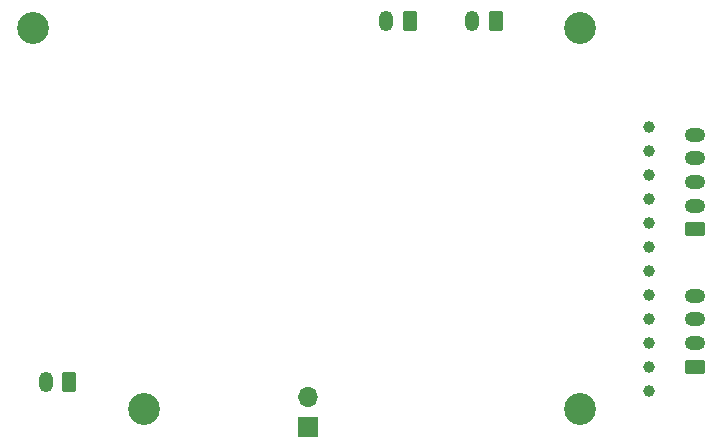
<source format=gbr>
%TF.GenerationSoftware,KiCad,Pcbnew,7.0.9*%
%TF.CreationDate,2024-01-02T07:57:40-07:00*%
%TF.ProjectId,ElephantR9,456c6570-6861-46e7-9452-392e6b696361,rev?*%
%TF.SameCoordinates,Original*%
%TF.FileFunction,Soldermask,Bot*%
%TF.FilePolarity,Negative*%
%FSLAX46Y46*%
G04 Gerber Fmt 4.6, Leading zero omitted, Abs format (unit mm)*
G04 Created by KiCad (PCBNEW 7.0.9) date 2024-01-02 07:57:40*
%MOMM*%
%LPD*%
G01*
G04 APERTURE LIST*
G04 Aperture macros list*
%AMRoundRect*
0 Rectangle with rounded corners*
0 $1 Rounding radius*
0 $2 $3 $4 $5 $6 $7 $8 $9 X,Y pos of 4 corners*
0 Add a 4 corners polygon primitive as box body*
4,1,4,$2,$3,$4,$5,$6,$7,$8,$9,$2,$3,0*
0 Add four circle primitives for the rounded corners*
1,1,$1+$1,$2,$3*
1,1,$1+$1,$4,$5*
1,1,$1+$1,$6,$7*
1,1,$1+$1,$8,$9*
0 Add four rect primitives between the rounded corners*
20,1,$1+$1,$2,$3,$4,$5,0*
20,1,$1+$1,$4,$5,$6,$7,0*
20,1,$1+$1,$6,$7,$8,$9,0*
20,1,$1+$1,$8,$9,$2,$3,0*%
G04 Aperture macros list end*
%ADD10C,1.000000*%
%ADD11R,1.700000X1.700000*%
%ADD12O,1.700000X1.700000*%
%ADD13C,2.700000*%
%ADD14RoundRect,0.250000X0.350000X0.625000X-0.350000X0.625000X-0.350000X-0.625000X0.350000X-0.625000X0*%
%ADD15O,1.200000X1.750000*%
%ADD16RoundRect,0.250000X0.625000X-0.350000X0.625000X0.350000X-0.625000X0.350000X-0.625000X-0.350000X0*%
%ADD17O,1.750000X1.200000*%
G04 APERTURE END LIST*
D10*
%TO.C,REF\u002A\u002A1*%
X74422000Y-29972000D03*
%TD*%
%TO.C,REF\u002A\u002A2*%
X74422000Y-32004000D03*
%TD*%
D11*
%TO.C,SW1*%
X45593000Y-55372000D03*
D12*
X45593000Y-52832000D03*
%TD*%
D10*
%TO.C,REF\u002A\u002A4*%
X74422000Y-36068000D03*
%TD*%
%TO.C,REF\u002A\u002A3*%
X74422000Y-34036000D03*
%TD*%
%TO.C,REF\u002A\u002A5*%
X74422000Y-38100000D03*
%TD*%
D13*
%TO.C,H1*%
X22315898Y-21553898D03*
%TD*%
%TO.C,H2*%
X68644000Y-21590000D03*
%TD*%
D10*
%TO.C,REF\u002A\u002A9*%
X74422000Y-46228000D03*
%TD*%
D14*
%TO.C,LS2*%
X61468000Y-20955000D03*
D15*
X59468000Y-20955000D03*
%TD*%
D13*
%TO.C,H4*%
X31713898Y-53811898D03*
%TD*%
D10*
%TO.C,REF\u002A\u002A6*%
X74422000Y-40132000D03*
%TD*%
%TO.C,REF\u002A\u002A11*%
X74422000Y-50292000D03*
%TD*%
%TO.C,REF\u002A\u002A7*%
X74422000Y-42164000D03*
%TD*%
D13*
%TO.C,H3*%
X68644000Y-53848000D03*
%TD*%
D10*
%TO.C,REF\u002A\u002A12*%
X74422000Y-52324000D03*
%TD*%
D14*
%TO.C,LS1*%
X54229000Y-20955000D03*
D15*
X52229000Y-20955000D03*
%TD*%
D10*
%TO.C,REF\u002A\u002A10*%
X74422000Y-48260000D03*
%TD*%
D14*
%TO.C,BT1*%
X25363898Y-51525898D03*
D15*
X23363898Y-51525898D03*
%TD*%
D10*
%TO.C,REF\u002A\u002A8*%
X74422000Y-44196000D03*
%TD*%
D16*
%TO.C,J1*%
X78359000Y-50244000D03*
D17*
X78359000Y-48244000D03*
X78359000Y-46244000D03*
X78359000Y-44244000D03*
%TD*%
D16*
%TO.C,J2*%
X78359000Y-38608000D03*
D17*
X78359000Y-36608000D03*
X78359000Y-34608000D03*
X78359000Y-32608000D03*
X78359000Y-30608000D03*
%TD*%
M02*

</source>
